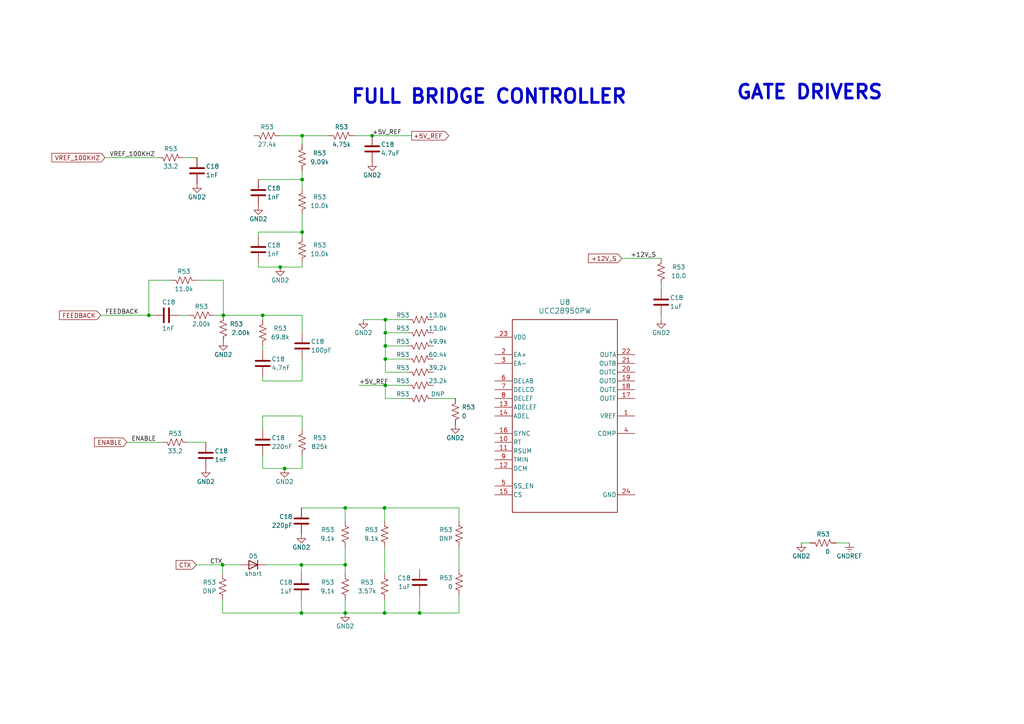
<source format=kicad_sch>
(kicad_sch (version 20230121) (generator eeschema)
  (paper "A4")
  (lib_symbols
    (symbol "Device:C" (pin_numbers hide) (pin_names (offset 0.254))
      (property "Reference" "C" (at 0.635 2.54 0))
      (property "Value" "C" (at 0.635 -2.54 0))
      (symbol "C_0_1"
        (polyline (pts (xy -2.032 -0.762) (xy 2.032 -0.762)) (stroke (width 0.508)))
        (polyline (pts (xy -2.032 0.762) (xy 2.032 0.762)) (stroke (width 0.508)))
      )
      (symbol "C_1_1"
        (pin passive line (at 0 3.81 270) (length 2.794) (name "~") (number "1"))
        (pin passive line (at 0 -3.81 90) (length 2.794) (name "~") (number "2"))
      )
    )
    (symbol "Device:D" (pin_numbers hide) (pin_names (offset 1.016) hide)
      (property "Reference" "D" (at 0 2.54 0))
      (property "Value" "D" (at 0 -2.54 0))
      (symbol "D_0_1"
        (polyline (pts (xy -1.27 1.27) (xy -1.27 -1.27)) (stroke (width 0.254)))
        (polyline (pts (xy 1.27 0) (xy -1.27 0)))
        (polyline (pts (xy 1.27 1.27) (xy 1.27 -1.27) (xy -1.27 0) (xy 1.27 1.27)) (stroke (width 0.254)))
      )
      (symbol "D_1_1"
        (pin passive line (at -3.81 0 0) (length 2.54) (name "K") (number "1"))
        (pin passive line (at 3.81 0 180) (length 2.54) (name "A") (number "2"))
      )
    )
    (symbol "Device:R_US" (pin_numbers hide) (pin_names (offset 0))
      (property "Reference" "R" (at 2.54 0 90))
      (property "Value" "R_US" (at -2.54 0 90))
      (symbol "R_US_0_1"
        (polyline (pts (xy 0 -2.286) (xy 0 -2.54)))
        (polyline (pts (xy 0 2.286) (xy 0 2.54)))
        (polyline (pts (xy 0 -0.762) (xy 1.016 -1.143) (xy 0 -1.524) (xy -1.016 -1.905) (xy 0 -2.286)))
        (polyline (pts (xy 0 0.762) (xy 1.016 0.381) (xy 0 0) (xy -1.016 -0.381) (xy 0 -0.762)))
        (polyline (pts (xy 0 2.286) (xy 1.016 1.905) (xy 0 1.524) (xy -1.016 1.143) (xy 0 0.762)))
      )
      (symbol "R_US_1_1"
        (pin passive line (at 0 3.81 270) (length 1.27) (name "~") (number "1"))
        (pin passive line (at 0 -3.81 90) (length 1.27) (name "~") (number "2"))
      )
    )
    (symbol "fb_smps_symbols:UCC28950PW" (pin_names (offset 0.254))
      (property "Reference" "U" (at -12.7 29.21 0))
      (property "Value" "UCC28950PW" (at 7.62 -30.48 0))
      (symbol "UCC28950PW_0_1"
        (polyline (pts (xy -15.24 -27.94) (xy 15.24 -27.94)) (stroke (width 0.2032)))
        (polyline (pts (xy -15.24 27.94) (xy -15.24 -27.94)) (stroke (width 0.2032)))
        (polyline (pts (xy 15.24 -27.94) (xy 15.24 27.94)) (stroke (width 0.2032)))
        (polyline (pts (xy 15.24 27.94) (xy -15.24 27.94)) (stroke (width 0.2032)))
        (pin output line (at 20.32 0 180) (length 5.08) (name "VREF") (number "1"))
        (pin input line (at -20.32 -7.62 0) (length 5.08) (name "RT") (number "10"))
        (pin input line (at -20.32 -10.16 0) (length 5.08) (name "RSUM") (number "11"))
        (pin input line (at -20.32 -15.24 0) (length 5.08) (name "DCM") (number "12"))
        (pin input line (at -20.32 2.54 0) (length 5.08) (name "ADELEF") (number "13"))
        (pin input line (at -20.32 0 0) (length 5.08) (name "ADEL") (number "14"))
        (pin input line (at -20.32 -22.86 0) (length 5.08) (name "CS") (number "15"))
        (pin bidirectional line (at -20.32 -5.08 0) (length 5.08) (name "SYNC") (number "16"))
        (pin output line (at 20.32 5.08 180) (length 5.08) (name "OUTF") (number "17"))
        (pin output line (at 20.32 7.62 180) (length 5.08) (name "OUTE") (number "18"))
        (pin output line (at 20.32 10.16 180) (length 5.08) (name "OUTD") (number "19"))
        (pin input line (at -20.32 17.78 0) (length 5.08) (name "EA+") (number "2"))
        (pin output line (at 20.32 12.7 180) (length 5.08) (name "OUTC") (number "20"))
        (pin output line (at 20.32 15.24 180) (length 5.08) (name "OUTB") (number "21"))
        (pin output line (at 20.32 17.78 180) (length 5.08) (name "OUTA") (number "22"))
        (pin power_in line (at -20.32 22.86 0) (length 5.08) (name "VDD") (number "23"))
        (pin power_in line (at 20.32 -22.86 180) (length 5.08) (name "GND") (number "24"))
        (pin input line (at -20.32 15.24 0) (length 5.08) (name "EA-") (number "3"))
        (pin bidirectional line (at 20.32 -5.08 180) (length 5.08) (name "COMP") (number "4"))
        (pin input line (at -20.32 -20.32 0) (length 5.08) (name "SS_EN") (number "5"))
        (pin input line (at -20.32 10.16 0) (length 5.08) (name "DELAB") (number "6"))
        (pin input line (at -20.32 7.62 0) (length 5.08) (name "DELCD") (number "7"))
        (pin input line (at -20.32 5.08 0) (length 5.08) (name "DELEF") (number "8"))
        (pin input line (at -20.32 -12.7 0) (length 5.08) (name "TMIN") (number "9"))
      )
    )
    (symbol "power:GND2" (power) (pin_names (offset 0))
      (property "Value" "GND2" (at 0 -3.81 0))
      (symbol "GND2_0_1"
        (polyline (pts (xy 0 0) (xy 0 -1.27) (xy 1.27 -1.27) (xy 0 -2.54) (xy -1.27 -1.27) (xy 0 -1.27)))
      )
      (symbol "GND2_1_1"
        (pin power_in line (at 0 0 270) (length 0) hide (name "GND2") (number "1"))
      )
    )
    (symbol "power:GNDREF" (power) (pin_names (offset 0))
      (property "Value" "GNDREF" (at 0 -3.81 0))
      (symbol "GNDREF_0_1"
        (polyline (pts (xy -0.635 -1.905) (xy 0.635 -1.905)))
        (polyline (pts (xy -0.127 -2.54) (xy 0.127 -2.54)))
        (polyline (pts (xy 0 -1.27) (xy 0 0)))
        (polyline (pts (xy 1.27 -1.27) (xy -1.27 -1.27)))
      )
      (symbol "GNDREF_1_1"
        (pin power_in line (at 0 0 270) (length 0) hide (name "GNDREF") (number "1"))
      )
    )
  )
  (junction (at 43.18 91.44))
  (junction (at 111.5504 147.32))
  (junction (at 121.7104 177.8))
  (junction (at 111.76 100.33))
  (junction (at 81.28 77.47))
  (junction (at 87.4204 177.8))
  (junction (at 111.76 104.14))
  (junction (at 107.95 39.37))
  (junction (at 111.76 111.76))
  (junction (at 76.2 91.44))
  (junction (at 100.1204 147.32))
  (junction (at 64.5604 163.83))
  (junction (at 111.5504 177.8))
  (junction (at 87.63 52.07))
  (junction (at 100.1204 163.83))
  (junction (at 87.4204 163.83))
  (junction (at 64.77 91.44))
  (junction (at 87.63 39.37))
  (junction (at 82.55 135.89))
  (junction (at 87.63 67.31))
  (junction (at 111.76 92.71))
  (junction (at 100.1204 177.8))
  (junction (at 111.76 96.52))
  (wire (pts (xy 49.53 81.28) (xy 43.18 81.28)))
  (wire (pts (xy 107.95 39.37) (xy 119.38 39.37)))
  (wire (pts (xy 87.63 52.07) (xy 87.63 54.61)))
  (wire (pts (xy 87.4204 166.37) (xy 87.4204 163.83)))
  (wire (pts (xy 76.2 110.49) (xy 76.2 109.22)))
  (wire (pts (xy 44.45 91.44) (xy 43.18 91.44)))
  (wire (pts (xy 121.7104 172.72) (xy 121.7104 177.8)))
  (wire (pts (xy 111.76 100.33) (xy 111.76 96.52)))
  (wire (pts (xy 87.63 77.47) (xy 87.63 76.2)))
  (wire (pts (xy 100.1204 173.99) (xy 100.1204 177.8)))
  (wire (pts (xy 87.63 39.37) (xy 87.63 41.91)))
  (wire (pts (xy 111.76 107.95) (xy 111.76 104.14)))
  (wire (pts (xy 121.7104 177.8) (xy 133.1404 177.8)))
  (wire (pts (xy 100.1204 151.13) (xy 100.1204 147.32)))
  (wire (pts (xy 74.93 52.07) (xy 87.63 52.07)))
  (wire (pts (xy 111.76 104.14) (xy 118.11 104.14)))
  (wire (pts (xy 82.55 135.89) (xy 87.63 135.89)))
  (wire (pts (xy 74.93 67.31) (xy 74.93 68.58)))
  (wire (pts (xy 100.1204 147.32) (xy 87.4204 147.32)))
  (wire (pts (xy 87.63 124.46) (xy 87.63 120.65)))
  (wire (pts (xy 87.63 67.31) (xy 87.63 68.58)))
  (wire (pts (xy 180.34 74.93) (xy 191.77 74.93)))
  (wire (pts (xy 133.1404 147.32) (xy 111.5504 147.32)))
  (wire (pts (xy 62.23 91.44) (xy 64.77 91.44)))
  (wire (pts (xy 81.28 39.37) (xy 87.63 39.37)))
  (wire (pts (xy 191.77 82.55) (xy 191.77 83.82)))
  (wire (pts (xy 74.93 77.47) (xy 74.93 76.2)))
  (wire (pts (xy 36.83 128.27) (xy 46.99 128.27)))
  (wire (pts (xy 111.5504 173.99) (xy 111.5504 177.8)))
  (wire (pts (xy 133.1404 158.75) (xy 133.1404 165.1)))
  (wire (pts (xy 111.5504 147.32) (xy 111.5504 151.13)))
  (wire (pts (xy 118.11 107.95) (xy 111.76 107.95)))
  (wire (pts (xy 111.76 92.71) (xy 118.11 92.71)))
  (wire (pts (xy 100.1204 177.8) (xy 87.4204 177.8)))
  (wire (pts (xy 111.5504 177.8) (xy 100.1204 177.8)))
  (wire (pts (xy 133.1404 172.72) (xy 133.1404 177.8)))
  (wire (pts (xy 100.1204 163.83) (xy 100.1204 166.37)))
  (wire (pts (xy 104.14 111.76) (xy 111.76 111.76)))
  (wire (pts (xy 191.77 92.71) (xy 191.77 91.44)))
  (wire (pts (xy 125.73 115.57) (xy 132.08 115.57)))
  (wire (pts (xy 121.7104 177.8) (xy 111.5504 177.8)))
  (wire (pts (xy 111.76 115.57) (xy 111.76 111.76)))
  (wire (pts (xy 54.61 91.44) (xy 52.07 91.44)))
  (wire (pts (xy 76.2 110.49) (xy 87.63 110.49)))
  (wire (pts (xy 105.41 92.71) (xy 111.76 92.71)))
  (wire (pts (xy 87.63 96.52) (xy 87.63 91.44)))
  (wire (pts (xy 133.1404 151.13) (xy 133.1404 147.32)))
  (wire (pts (xy 111.76 96.52) (xy 111.76 92.71)))
  (wire (pts (xy 118.11 115.57) (xy 111.76 115.57)))
  (wire (pts (xy 64.5604 177.8) (xy 64.5604 173.99)))
  (wire (pts (xy 87.63 39.37) (xy 95.25 39.37)))
  (wire (pts (xy 102.87 39.37) (xy 107.95 39.37)))
  (wire (pts (xy 87.63 62.23) (xy 87.63 67.31)))
  (wire (pts (xy 54.61 128.27) (xy 59.69 128.27)))
  (wire (pts (xy 87.63 120.65) (xy 76.2 120.65)))
  (wire (pts (xy 64.77 91.44) (xy 76.2 91.44)))
  (wire (pts (xy 76.2 135.89) (xy 82.55 135.89)))
  (wire (pts (xy 87.63 110.49) (xy 87.63 104.14)))
  (wire (pts (xy 111.5504 158.75) (xy 111.5504 166.37)))
  (wire (pts (xy 69.6404 163.83) (xy 64.5604 163.83)))
  (wire (pts (xy 111.76 96.52) (xy 118.11 96.52)))
  (wire (pts (xy 57.15 81.28) (xy 64.77 81.28)))
  (wire (pts (xy 30.48 45.72) (xy 45.72 45.72)))
  (wire (pts (xy 76.2 92.71) (xy 76.2 91.44)))
  (wire (pts (xy 111.76 100.33) (xy 118.11 100.33)))
  (wire (pts (xy 111.76 104.14) (xy 111.76 100.33)))
  (wire (pts (xy 232.41 157.48) (xy 234.95 157.48)))
  (wire (pts (xy 87.63 91.44) (xy 76.2 91.44)))
  (wire (pts (xy 64.5604 163.83) (xy 56.9404 163.83)))
  (wire (pts (xy 53.34 45.72) (xy 57.15 45.72)))
  (wire (pts (xy 76.2 120.65) (xy 76.2 124.46)))
  (wire (pts (xy 64.5604 166.37) (xy 64.5604 163.83)))
  (wire (pts (xy 87.4204 163.83) (xy 77.2604 163.83)))
  (wire (pts (xy 87.4204 177.8) (xy 64.5604 177.8)))
  (wire (pts (xy 242.57 157.48) (xy 246.38 157.48)))
  (wire (pts (xy 87.63 49.53) (xy 87.63 52.07)))
  (wire (pts (xy 29.21 91.44) (xy 43.18 91.44)))
  (wire (pts (xy 43.18 81.28) (xy 43.18 91.44)))
  (wire (pts (xy 76.2 100.33) (xy 76.2 101.6)))
  (wire (pts (xy 87.63 135.89) (xy 87.63 132.08)))
  (wire (pts (xy 74.93 67.31) (xy 87.63 67.31)))
  (wire (pts (xy 100.1204 158.75) (xy 100.1204 163.83)))
  (wire (pts (xy 74.93 77.47) (xy 81.28 77.47)))
  (wire (pts (xy 100.1204 147.32) (xy 111.5504 147.32)))
  (wire (pts (xy 111.76 111.76) (xy 118.11 111.76)))
  (wire (pts (xy 81.28 77.47) (xy 87.63 77.47)))
  (wire (pts (xy 87.4204 163.83) (xy 100.1204 163.83)))
  (wire (pts (xy 64.77 81.28) (xy 64.77 91.44)))
  (wire (pts (xy 87.4204 173.99) (xy 87.4204 177.8)))
  (wire (pts (xy 76.2 132.08) (xy 76.2 135.89)))
  (text "GATE DRIVERS\n" (at 213.36 29.21 0) (effects (font (size 4 4) (thickness 0.8) bold) (justify left bottom)))
  (text "FULL BRIDGE CONTROLLER\n" (at 101.6 30.48 0) (effects (font (size 4 4) (thickness 0.8) bold) (justify left bottom)))
  (label "+12V_S" (at 182.88 74.93 0))
  (label "FEEDBACK" (at 30.48 91.44 0))
  (label "ENABLE" (at 38.1 128.27 0))
  (label "VREF_100KHZ" (at 31.75 45.72 0))
  (label "CTX" (at 64.5604 163.83 180))
  (label "+5V_REF" (at 104.14 111.76 0))
  (label "+5V_REF" (at 107.95 39.37 0))
  (global_label "ENABLE" (shape input) (at 36.83 128.27 180) (property "Intersheetrefs" "${INTERSHEET_REFS}" (effects hide)))
  (global_label "VREF_100KHZ" (shape input) (at 30.48 45.72 180) (property "Intersheetrefs" "${INTERSHEET_REFS}" (effects hide)))
  (global_label "CTX" (shape input) (at 56.9404 163.83 180) (property "Intersheetrefs" "${INTERSHEET_REFS}" (effects hide)))
  (global_label "+5V_REF" (shape output) (at 119.38 39.37 0) (property "Intersheetrefs" "${INTERSHEET_REFS}" (effects hide)))
  (global_label "FEEDBACK" (shape input) (at 29.21 91.44 180) (property "Intersheetrefs" "${INTERSHEET_REFS}" (effects hide)))
  (global_label "+12V_S" (shape input) (at 180.34 74.93 180) (property "Intersheetrefs" "${INTERSHEET_REFS}" (effects hide)))
  (symbol (lib_id "power:GND2") (at 87.4204 154.94 0) (mirror y) (unit 1)
    (property "Reference" "#PWR0112" (effects hide))
    (property "Value" "GND2" (at 87.4204 158.75 0))
    (instances (project "full_bridge_smps" (path "" (reference "#PWR0112") (unit 1)) (path "" (reference "#PWR0126") (unit 1))))
  )
  (symbol (lib_id "Device:C") (at 191.77 87.63 0) (mirror x) (unit 1)
    (property "Reference" "C18" (at 194.31 86.36 0) (effects (justify left)))
    (property "Value" "1uF" (at 194.31 88.9 0) (effects (justify left)))
    (instances (project "full_bridge_smps" (path "" (reference "C18") (unit 1)) (path "" (reference "C48") (unit 1)) (path "" (reference "C69") (unit 1)) (path "" (reference "C97") (unit 1)) (path "" (reference "C62") (unit 1))))
  )
  (symbol (lib_id "power:GND2") (at 232.41 157.48 0) (unit 1)
    (property "Reference" "#PWR0107" (effects hide))
    (property "Value" "GND2" (at 232.41 161.29 0))
    (instances (project "full_bridge_smps" (path "" (reference "#PWR0107") (unit 1)) (path "" (reference "#PWR0122") (unit 1))))
  )
  (symbol (lib_id "Device:C") (at 121.7104 168.91 180) (unit 1)
    (property "Reference" "C18" (at 119.1704 167.64 0) (effects (justify left)))
    (property "Value" "1uF" (at 119.1704 170.18 0) (effects (justify left)))
    (instances (project "full_bridge_smps" (path "" (reference "C18") (unit 1)) (path "" (reference "C48") (unit 1)) (path "" (reference "C69") (unit 1)) (path "" (reference "C46") (unit 1)) (path "" (reference "C63") (unit 1))))
  )
  (symbol (lib_id "Device:C") (at 74.93 55.88 0) (mirror x) (unit 1)
    (property "Reference" "C18" (at 77.47 54.61 0) (effects (justify left)))
    (property "Value" "1nF" (at 77.47 57.15 0) (effects (justify left)))
    (instances (project "full_bridge_smps" (path "" (reference "C18") (unit 1)) (path "" (reference "C48") (unit 1)) (path "" (reference "C69") (unit 1)) (path "" (reference "C44") (unit 1)) (path "" (reference "C54") (unit 1))))
  )
  (symbol (lib_id "Device:R_US") (at 121.92 115.57 90) (mirror x) (unit 1)
    (property "Reference" "R53" (at 116.84 114.3 90))
    (property "Value" "DNP" (at 127 114.3 90))
    (instances (project "full_bridge_smps" (path "" (reference "R53") (unit 1)) (path "" (reference "R80") (unit 1)) (path "" (reference "R42") (unit 1)) (path "" (reference "R108") (unit 1)) (path "" (reference "R128") (unit 1))))
  )
  (symbol (lib_id "Device:R_US") (at 121.92 107.95 90) (mirror x) (unit 1)
    (property "Reference" "R53" (at 116.84 106.68 90))
    (property "Value" "39.2k" (at 127 106.68 90))
    (instances (project "full_bridge_smps" (path "" (reference "R53") (unit 1)) (path "" (reference "R80") (unit 1)) (path "" (reference "R42") (unit 1)) (path "" (reference "R112") (unit 1)) (path "" (reference "R126") (unit 1))))
  )
  (symbol (lib_id "power:GND2") (at 59.69 135.89 0) (unit 1)
    (property "Reference" "#PWR0104" (effects hide))
    (property "Value" "GND2" (at 59.69 139.7 0))
    (instances (project "full_bridge_smps" (path "" (reference "#PWR0104") (unit 1)) (path "" (reference "#PWR0114") (unit 1))))
  )
  (symbol (lib_id "power:GND2") (at 132.08 123.19 0) (unit 1)
    (property "Reference" "#PWR0106" (effects hide))
    (property "Value" "GND2" (at 132.08 127 0))
    (instances (project "full_bridge_smps" (path "" (reference "#PWR0106") (unit 1)) (path "" (reference "#PWR0121") (unit 1))))
  )
  (symbol (lib_id "Device:R_US") (at 87.63 128.27 0) (mirror x) (unit 1)
    (property "Reference" "R53" (at 92.71 127 0))
    (property "Value" "825k" (at 92.71 129.54 0))
    (instances (project "full_bridge_smps" (path "" (reference "R53") (unit 1)) (path "" (reference "R80") (unit 1)) (path "" (reference "R42") (unit 1)) (path "" (reference "R109") (unit 1)) (path "" (reference "R96") (unit 1))))
  )
  (symbol (lib_id "Device:R_US") (at 58.42 91.44 90) (mirror x) (unit 1)
    (property "Reference" "R53" (at 58.42 88.9 90))
    (property "Value" "2.00k" (at 58.42 93.98 90))
    (instances (project "full_bridge_smps" (path "" (reference "R53") (unit 1)) (path "" (reference "R80") (unit 1)) (path "" (reference "R42") (unit 1)) (path "" (reference "R99") (unit 1)) (path "" (reference "R85") (unit 1))))
  )
  (symbol (lib_id "Device:R_US") (at 100.1204 170.18 0) (unit 1)
    (property "Reference" "R53" (at 95.0404 168.91 0))
    (property "Value" "9.1k" (at 95.0404 171.45 0))
    (instances (project "full_bridge_smps" (path "" (reference "R53") (unit 1)) (path "" (reference "R80") (unit 1)) (path "" (reference "R42") (unit 1)) (path "" (reference "R48") (unit 1)) (path "" (reference "R137") (unit 1))))
  )
  (symbol (lib_id "Device:C") (at 59.69 132.08 0) (mirror x) (unit 1)
    (property "Reference" "C18" (at 62.23 130.81 0) (effects (justify left)))
    (property "Value" "1nF" (at 62.23 133.35 0) (effects (justify left)))
    (instances (project "full_bridge_smps" (path "" (reference "C18") (unit 1)) (path "" (reference "C48") (unit 1)) (path "" (reference "C69") (unit 1)) (path "" (reference "C92") (unit 1)) (path "" (reference "C53") (unit 1))))
  )
  (symbol (lib_id "fb_smps_symbols:UCC28950PW") (at 163.83 120.65 0) (unit 1)
    (property "Reference" "U8" (at 163.83 87.63 0) (effects (font (size 1.524 1.524))))
    (property "Value" "UCC28950PW" (at 163.83 90.17 0) (effects (font (size 1.524 1.524))))
    (property "Footprint" "fb_smps_footprints:UCC28950" (effects hide))
    (property "Datasheet" "UCC28950PW" (effects hide))
  )
  (symbol (lib_id "Device:R_US") (at 133.1404 154.94 0) (unit 1)
    (property "Reference" "R53" (at 129.3304 153.67 0))
    (property "Value" "DNP" (at 129.3304 156.21 0))
    (instances (project "full_bridge_smps" (path "" (reference "R53") (unit 1)) (path "" (reference "R80") (unit 1)) (path "" (reference "R42") (unit 1)) (path "" (reference "R118") (unit 1)) (path "" (reference "R132") (unit 1))))
  )
  (symbol (lib_id "Device:R_US") (at 111.5504 154.94 0) (unit 1)
    (property "Reference" "R53" (at 107.7404 153.67 0))
    (property "Value" "9.1k" (at 107.7404 156.21 0))
    (instances (project "full_bridge_smps" (path "" (reference "R53") (unit 1)) (path "" (reference "R80") (unit 1)) (path "" (reference "R42") (unit 1)) (path "" (reference "R121") (unit 1)) (path "" (reference "R134") (unit 1))))
  )
  (symbol (lib_id "Device:C") (at 87.4204 151.13 180) (unit 1)
    (property "Reference" "C18" (at 84.8804 149.86 0) (effects (justify left)))
    (property "Value" "220pF" (at 84.8804 152.4 0) (effects (justify left)))
    (instances (project "full_bridge_smps" (path "" (reference "C18") (unit 1)) (path "" (reference "C48") (unit 1)) (path "" (reference "C69") (unit 1)) (path "" (reference "C98") (unit 1)) (path "" (reference "C64") (unit 1))))
  )
  (symbol (lib_id "Device:R_US") (at 132.08 119.38 0) (mirror y) (unit 1)
    (property "Reference" "R53" (at 135.89 118.11 0))
    (property "Value" "0" (at 134.62 120.65 0))
    (instances (project "full_bridge_smps" (path "" (reference "R53") (unit 1)) (path "" (reference "R80") (unit 1)) (path "" (reference "R42") (unit 1)) (path "" (reference "R114") (unit 1)) (path "" (reference "R129") (unit 1))))
  )
  (symbol (lib_id "power:GND2") (at 100.1204 177.8 0) (mirror y) (unit 1)
    (property "Reference" "#PWR0111" (effects hide))
    (property "Value" "GND2" (at 100.1204 181.61 0))
    (instances (project "full_bridge_smps" (path "" (reference "#PWR0111") (unit 1)) (path "" (reference "#PWR0125") (unit 1))))
  )
  (symbol (lib_id "Device:D") (at 73.4504 163.83 180) (unit 1)
    (property "Reference" "D5" (at 73.4504 161.29 0))
    (property "Value" "short" (at 73.4504 166.37 0))
    (instances (project "full_bridge_smps" (path "" (reference "D5") (unit 1)) (path "" (reference "D29") (unit 1)) (path "" (reference "D16") (unit 1)) (path "" (reference "D17") (unit 1))))
  )
  (symbol (lib_id "Device:R_US") (at 121.92 111.76 90) (mirror x) (unit 1)
    (property "Reference" "R53" (at 116.84 110.49 90))
    (property "Value" "23.2k" (at 127 110.49 90))
    (instances (project "full_bridge_smps" (path "" (reference "R53") (unit 1)) (path "" (reference "R80") (unit 1)) (path "" (reference "R42") (unit 1)) (path "" (reference "R117") (unit 1)) (path "" (reference "R127") (unit 1))))
  )
  (symbol (lib_id "power:GND2") (at 74.93 59.69 0) (unit 1)
    (property "Reference" "#PWR0100" (effects hide))
    (property "Value" "GND2" (at 74.93 63.5 0))
    (instances (project "full_bridge_smps" (path "" (reference "#PWR0100") (unit 1)) (path "" (reference "#PWR0116") (unit 1))))
  )
  (symbol (lib_id "Device:R_US") (at 238.76 157.48 90) (mirror x) (unit 1)
    (property "Reference" "R53" (at 238.76 154.94 90))
    (property "Value" "0" (at 240.03 160.02 90))
    (instances (project "full_bridge_smps" (path "" (reference "R53") (unit 1)) (path "" (reference "R80") (unit 1)) (path "" (reference "R42") (unit 1)) (path "" (reference "SC3") (unit 1)) (path "" (reference "R130") (unit 1))))
  )
  (symbol (lib_id "Device:C") (at 87.4204 170.18 180) (unit 1)
    (property "Reference" "C18" (at 84.8804 168.91 0) (effects (justify left)))
    (property "Value" "1uF" (at 84.8804 171.45 0) (effects (justify left)))
    (instances (project "full_bridge_smps" (path "" (reference "C18") (unit 1)) (path "" (reference "C48") (unit 1)) (path "" (reference "C69") (unit 1)) (path "" (reference "C50") (unit 1)) (path "" (reference "C65") (unit 1))))
  )
  (symbol (lib_id "Device:C") (at 57.15 49.53 0) (mirror x) (unit 1)
    (property "Reference" "C18" (at 59.69 48.26 0) (effects (justify left)))
    (property "Value" "1nF" (at 59.69 50.8 0) (effects (justify left)))
    (instances (project "full_bridge_smps" (path "" (reference "C18") (unit 1)) (path "" (reference "C48") (unit 1)) (path "" (reference "C69") (unit 1)) (path "" (reference "C91") (unit 1)) (path "" (reference "C52") (unit 1))))
  )
  (symbol (lib_id "Device:R_US") (at 121.92 92.71 90) (mirror x) (unit 1)
    (property "Reference" "R53" (at 116.84 91.44 90))
    (property "Value" "13.0k" (at 127 91.44 90))
    (instances (project "full_bridge_smps" (path "" (reference "R53") (unit 1)) (path "" (reference "R80") (unit 1)) (path "" (reference "R42") (unit 1)) (path "" (reference "R110") (unit 1)) (path "" (reference "R101") (unit 1))))
  )
  (symbol (lib_id "power:GND2") (at 107.95 46.99 0) (unit 1)
    (property "Reference" "#PWR0102" (effects hide))
    (property "Value" "GND2" (at 107.95 50.8 0))
    (instances (project "full_bridge_smps" (path "" (reference "#PWR0102") (unit 1)) (path "" (reference "#PWR0120") (unit 1))))
  )
  (symbol (lib_id "Device:R_US") (at 64.5604 170.18 0) (unit 1)
    (property "Reference" "R53" (at 60.7504 168.91 0))
    (property "Value" "DNP" (at 60.7504 171.45 0))
    (instances (project "full_bridge_smps" (path "" (reference "R53") (unit 1)) (path "" (reference "R80") (unit 1)) (path "" (reference "R42") (unit 1)) (path "" (reference "R125") (unit 1)) (path "" (reference "R138") (unit 1))))
  )
  (symbol (lib_id "Device:R_US") (at 100.1204 154.94 0) (unit 1)
    (property "Reference" "R53" (at 95.0404 153.67 0))
    (property "Value" "9.1k" (at 95.0404 156.21 0))
    (instances (project "full_bridge_smps" (path "" (reference "R53") (unit 1)) (path "" (reference "R80") (unit 1)) (path "" (reference "R42") (unit 1)) (path "" (reference "R47") (unit 1)) (path "" (reference "R136") (unit 1))))
  )
  (symbol (lib_id "Device:R_US") (at 77.47 39.37 270) (mirror x) (unit 1)
    (property "Reference" "R53" (at 77.47 36.83 90))
    (property "Value" "27.4k" (at 77.47 41.91 90))
    (instances (project "full_bridge_smps" (path "" (reference "R53") (unit 1)) (path "" (reference "R80") (unit 1)) (path "" (reference "R42") (unit 1)) (path "" (reference "R104") (unit 1)) (path "" (reference "R91") (unit 1))))
  )
  (symbol (lib_id "Device:R_US") (at 64.77 95.25 0) (mirror x) (unit 1)
    (property "Reference" "R53" (at 68.58 93.98 0))
    (property "Value" "2.00k" (at 69.85 96.52 0))
    (instances (project "full_bridge_smps" (path "" (reference "R53") (unit 1)) (path "" (reference "R80") (unit 1)) (path "" (reference "R42") (unit 1)) (path "" (reference "R46") (unit 1)) (path "" (reference "R86") (unit 1))))
  )
  (symbol (lib_id "Device:C") (at 87.63 100.33 0) (mirror x) (unit 1)
    (property "Reference" "C18" (at 90.17 99.06 0) (effects (justify left)))
    (property "Value" "100pF" (at 90.17 101.6 0) (effects (justify left)))
    (instances (project "full_bridge_smps" (path "" (reference "C18") (unit 1)) (path "" (reference "C48") (unit 1)) (path "" (reference "C69") (unit 1)) (path "" (reference "C89") (unit 1)) (path "" (reference "C60") (unit 1))))
  )
  (symbol (lib_id "Device:R_US") (at 87.63 72.39 0) (mirror y) (unit 1)
    (property "Reference" "R53" (at 92.71 71.12 0))
    (property "Value" "10.0k" (at 92.71 73.66 0))
    (instances (project "full_bridge_smps" (path "" (reference "R53") (unit 1)) (path "" (reference "R80") (unit 1)) (path "" (reference "R42") (unit 1)) (path "" (reference "R45") (unit 1)) (path "" (reference "R95") (unit 1))))
  )
  (symbol (lib_id "Device:R_US") (at 191.77 78.74 0) (mirror y) (unit 1)
    (property "Reference" "R53" (at 196.85 77.47 0))
    (property "Value" "10.0" (at 196.85 80.01 0))
    (instances (project "full_bridge_smps" (path "" (reference "R53") (unit 1)) (path "" (reference "R80") (unit 1)) (path "" (reference "R42") (unit 1)) (path "" (reference "R120") (unit 1)) (path "" (reference "R131") (unit 1))))
  )
  (symbol (lib_id "Device:R_US") (at 133.1404 168.91 0) (unit 1)
    (property "Reference" "R53" (at 129.3304 167.64 0))
    (property "Value" "0" (at 130.6004 170.18 0))
    (instances (project "full_bridge_smps" (path "" (reference "R53") (unit 1)) (path "" (reference "R80") (unit 1)) (path "" (reference "R42") (unit 1)) (path "" (reference "R119") (unit 1)) (path "" (reference "R133") (unit 1))))
  )
  (symbol (lib_id "Device:R_US") (at 87.63 58.42 0) (mirror y) (unit 1)
    (property "Reference" "R53" (at 92.71 57.15 0))
    (property "Value" "10.0k" (at 92.71 59.69 0))
    (instances (project "full_bridge_smps" (path "" (reference "R53") (unit 1)) (path "" (reference "R80") (unit 1)) (path "" (reference "R42") (unit 1)) (path "" (reference "R107") (unit 1)) (path "" (reference "R94") (unit 1))))
  )
  (symbol (lib_id "Device:R_US") (at 76.2 96.52 0) (mirror x) (unit 1)
    (property "Reference" "R53" (at 81.28 95.25 0))
    (property "Value" "69.8k" (at 81.28 97.79 0))
    (instances (project "full_bridge_smps" (path "" (reference "R53") (unit 1)) (path "" (reference "R80") (unit 1)) (path "" (reference "R42") (unit 1)) (path "" (reference "R100") (unit 1)) (path "" (reference "R92") (unit 1))))
  )
  (symbol (lib_id "Device:R_US") (at 99.06 39.37 270) (mirror x) (unit 1)
    (property "Reference" "R53" (at 99.06 36.83 90))
    (property "Value" "4.75k" (at 99.06 41.91 90))
    (instances (project "full_bridge_smps" (path "" (reference "R53") (unit 1)) (path "" (reference "R80") (unit 1)) (path "" (reference "R42") (unit 1)) (path "" (reference "R113") (unit 1)) (path "" (reference "R97") (unit 1))))
  )
  (symbol (lib_id "Device:R_US") (at 87.63 45.72 0) (mirror y) (unit 1)
    (property "Reference" "R53" (at 92.71 44.45 0))
    (property "Value" "9.09k" (at 92.71 46.99 0))
    (instances (project "full_bridge_smps" (path "" (reference "R53") (unit 1)) (path "" (reference "R80") (unit 1)) (path "" (reference "R42") (unit 1)) (path "" (reference "R106") (unit 1)) (path "" (reference "R93") (unit 1))))
  )
  (symbol (lib_id "power:GND2") (at 82.55 135.89 0) (unit 1)
    (property "Reference" "#PWR0105" (effects hide))
    (property "Value" "GND2" (at 82.55 139.7 0))
    (instances (project "full_bridge_smps" (path "" (reference "#PWR0105") (unit 1)) (path "" (reference "#PWR0118") (unit 1))))
  )
  (symbol (lib_id "Device:R_US") (at 53.34 81.28 90) (mirror x) (unit 1)
    (property "Reference" "R53" (at 53.34 78.74 90))
    (property "Value" "11.0k" (at 53.34 83.82 90))
    (instances (project "full_bridge_smps" (path "" (reference "R53") (unit 1)) (path "" (reference "R80") (unit 1)) (path "" (reference "R42") (unit 1)) (path "" (reference "R98") (unit 1)) (path "" (reference "R51") (unit 1))))
  )
  (symbol (lib_id "power:GNDREF") (at 246.38 157.48 0) (mirror y) (unit 1)
    (property "Reference" "#PWR071" (effects hide))
    (property "Value" "GNDREF" (at 246.38 161.29 0))
    (instances (project "full_bridge_smps" (path "" (reference "#PWR071") (unit 1)) (path "" (reference "#PWR041") (unit 1)) (path "" (reference "#PWR084") (unit 1)) (path "" (reference "#PWR0108") (unit 1)) (path "" (reference "#PWR0123") (unit 1))))
  )
  (symbol (lib_id "Device:R_US") (at 49.53 45.72 270) (mirror x) (unit 1)
    (property "Reference" "R53" (at 49.53 43.18 90))
    (property "Value" "33.2" (at 49.53 48.26 90))
    (instances (project "full_bridge_smps" (path "" (reference "R53") (unit 1)) (path "" (reference "R80") (unit 1)) (path "" (reference "R42") (unit 1)) (path "" (reference "R102") (unit 1)) (path "" (reference "R49") (unit 1))))
  )
  (symbol (lib_id "Device:R_US") (at 50.8 128.27 90) (mirror x) (unit 1)
    (property "Reference" "R53" (at 50.8 125.73 90))
    (property "Value" "33.2" (at 50.8 130.81 90))
    (instances (project "full_bridge_smps" (path "" (reference "R53") (unit 1)) (path "" (reference "R80") (unit 1)) (path "" (reference "R42") (unit 1)) (path "" (reference "R103") (unit 1)) (path "" (reference "R50") (unit 1))))
  )
  (symbol (lib_id "power:GND2") (at 64.77 99.06 0) (unit 1)
    (property "Reference" "#PWR0103" (effects hide))
    (property "Value" "GND2" (at 64.77 102.87 0))
    (instances (project "full_bridge_smps" (path "" (reference "#PWR0103") (unit 1)) (path "" (reference "#PWR0115") (unit 1))))
  )
  (symbol (lib_id "Device:C") (at 74.93 72.39 0) (mirror x) (unit 1)
    (property "Reference" "C18" (at 77.47 71.12 0) (effects (justify left)))
    (property "Value" "1nF" (at 77.47 73.66 0) (effects (justify left)))
    (instances (project "full_bridge_smps" (path "" (reference "C18") (unit 1)) (path "" (reference "C48") (unit 1)) (path "" (reference "C69") (unit 1)) (path "" (reference "C45") (unit 1)) (path "" (reference "C57") (unit 1))))
  )
  (symbol (lib_id "Device:R_US") (at 111.5504 170.18 0) (unit 1)
    (property "Reference" "R53" (at 106.4704 168.91 0))
    (property "Value" "3.57k" (at 106.4704 171.45 0))
    (instances (project "full_bridge_smps" (path "" (reference "R53") (unit 1)) (path "" (reference "R80") (unit 1)) (path "" (reference "R42") (unit 1)) (path "" (reference "R122") (unit 1)) (path "" (reference "R135") (unit 1))))
  )
  (symbol (lib_id "Device:R_US") (at 121.92 104.14 90) (mirror x) (unit 1)
    (property "Reference" "R53" (at 116.84 102.87 90))
    (property "Value" "60.4k" (at 127 102.87 90))
    (instances (project "full_bridge_smps" (path "" (reference "R53") (unit 1)) (path "" (reference "R80") (unit 1)) (path "" (reference "R42") (unit 1)) (path "" (reference "R116") (unit 1)) (path "" (reference "R124") (unit 1))))
  )
  (symbol (lib_id "power:GND2") (at 81.28 77.47 0) (unit 1)
    (property "Reference" "#PWR0101" (effects hide))
    (property "Value" "GND2" (at 81.28 81.28 0))
    (instances (project "full_bridge_smps" (path "" (reference "#PWR0101") (unit 1)) (path "" (reference "#PWR0117") (unit 1))))
  )
  (symbol (lib_id "Device:C") (at 48.26 91.44 270) (mirror x) (unit 1)
    (property "Reference" "C18" (at 46.99 87.63 90) (effects (justify left)))
    (property "Value" "1nF" (at 46.99 95.25 90) (effects (justify left)))
    (instances (project "full_bridge_smps" (path "" (reference "C18") (unit 1)) (path "" (reference "C48") (unit 1)) (path "" (reference "C69") (unit 1)) (path "" (reference "C88") (unit 1)) (path "" (reference "C51") (unit 1))))
  )
  (symbol (lib_id "Device:C") (at 76.2 128.27 0) (mirror x) (unit 1)
    (property "Reference" "C18" (at 78.74 127 0) (effects (justify left)))
    (property "Value" "220nF" (at 78.74 129.54 0) (effects (justify left)))
    (instances (project "full_bridge_smps" (path "" (reference "C18") (unit 1)) (path "" (reference "C48") (unit 1)) (path "" (reference "C69") (unit 1)) (path "" (reference "C93") (unit 1)) (path "" (reference "C59") (unit 1))))
  )
  (symbol (lib_id "Device:C") (at 76.2 105.41 0) (mirror x) (unit 1)
    (property "Reference" "C18" (at 78.74 104.14 0) (effects (justify left)))
    (property "Value" "4.7nF" (at 78.74 106.68 0) (effects (justify left)))
    (instances (project "full_bridge_smps" (path "" (reference "C18") (unit 1)) (path "" (reference "C48") (unit 1)) (path "" (reference "C69") (unit 1)) (path "" (reference "C90") (unit 1)) (path "" (reference "C58") (unit 1))))
  )
  (symbol (lib_id "power:GND2") (at 57.15 53.34 0) (unit 1)
    (property "Reference" "#PWR099" (effects hide))
    (property "Value" "GND2" (at 57.15 57.15 0))
    (instances (project "full_bridge_smps" (path "" (reference "#PWR099") (unit 1)) (path "" (reference "#PWR0113") (unit 1))))
  )
  (symbol (lib_id "Device:C") (at 107.95 43.18 0) (mirror x) (unit 1)
    (property "Reference" "C18" (at 110.49 41.91 0) (effects (justify left)))
    (property "Value" "4.7uF" (at 110.49 44.45 0) (effects (justify left)))
    (instances (project "full_bridge_smps" (path "" (reference "C18") (unit 1)) (path "" (reference "C48") (unit 1)) (path "" (reference "C69") (unit 1)) (path "" (reference "C96") (unit 1)) (path "" (reference "C61") (unit 1))))
  )
  (symbol (lib_id "Device:R_US") (at 121.92 96.52 90) (mirror x) (unit 1)
    (property "Reference" "R53" (at 116.84 95.25 90))
    (property "Value" "13.0k" (at 127 95.25 90))
    (instances (project "full_bridge_smps" (path "" (reference "R53") (unit 1)) (path "" (reference "R80") (unit 1)) (path "" (reference "R42") (unit 1)) (path "" (reference "R115") (unit 1)) (path "" (reference "R105") (unit 1))))
  )
  (symbol (lib_id "Device:R_US") (at 121.92 100.33 90) (mirror x) (unit 1)
    (property "Reference" "R53" (at 116.84 99.06 90))
    (property "Value" "49.9k" (at 127 99.06 90))
    (instances (project "full_bridge_smps" (path "" (reference "R53") (unit 1)) (path "" (reference "R80") (unit 1)) (path "" (reference "R42") (unit 1)) (path "" (reference "R111") (unit 1)) (path "" (reference "R123") (unit 1))))
  )
  (symbol (lib_id "power:GND2") (at 105.41 92.71 0) (unit 1)
    (property "Reference" "#PWR0109" (effects hide))
    (property "Value" "GND2" (at 105.41 96.52 0))
    (instances (project "full_bridge_smps" (path "" (reference "#PWR0109") (unit 1)) (path "" (reference "#PWR0119") (unit 1))))
  )
  (symbol (lib_id "power:GND2") (at 191.77 92.71 0) (unit 1)
    (property "Reference" "#PWR0110" (effects hide))
    (property "Value" "GND2" (at 191.77 96.52 0))
    (instances (project "full_bridge_smps" (path "" (reference "#PWR0110") (unit 1)) (path "" (reference "#PWR0124") (unit 1))))
  )
)
</source>
